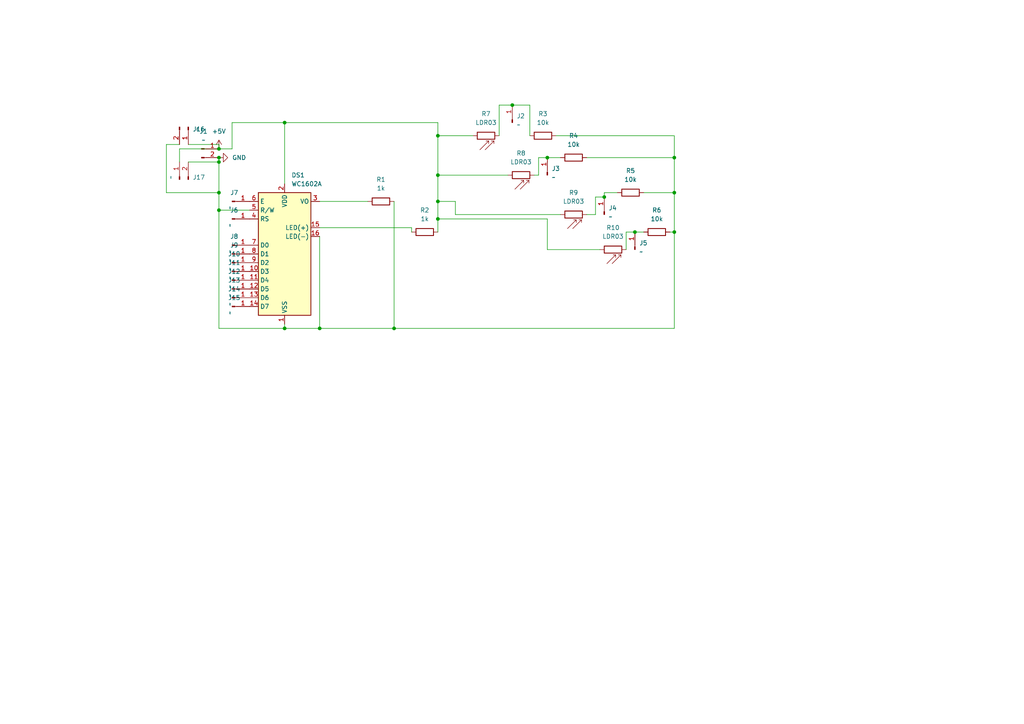
<source format=kicad_sch>
(kicad_sch (version 20230121) (generator eeschema)

  (uuid 4b18e48e-c33e-41e2-8de2-c76cbeedfef5)

  (paper "A4")

  (lib_symbols
    (symbol "Connector:Conn_01x01_Pin" (pin_names (offset 1.016) hide) (in_bom yes) (on_board yes)
      (property "Reference" "J" (at 0 2.54 0)
        (effects (font (size 1.27 1.27)))
      )
      (property "Value" "Conn_01x01_Pin" (at 0 -2.54 0)
        (effects (font (size 1.27 1.27)))
      )
      (property "Footprint" "" (at 0 0 0)
        (effects (font (size 1.27 1.27)) hide)
      )
      (property "Datasheet" "~" (at 0 0 0)
        (effects (font (size 1.27 1.27)) hide)
      )
      (property "ki_locked" "" (at 0 0 0)
        (effects (font (size 1.27 1.27)))
      )
      (property "ki_keywords" "connector" (at 0 0 0)
        (effects (font (size 1.27 1.27)) hide)
      )
      (property "ki_description" "Generic connector, single row, 01x01, script generated" (at 0 0 0)
        (effects (font (size 1.27 1.27)) hide)
      )
      (property "ki_fp_filters" "Connector*:*_1x??_*" (at 0 0 0)
        (effects (font (size 1.27 1.27)) hide)
      )
      (symbol "Conn_01x01_Pin_1_1"
        (polyline
          (pts
            (xy 1.27 0)
            (xy 0.8636 0)
          )
          (stroke (width 0.1524) (type default))
          (fill (type none))
        )
        (rectangle (start 0.8636 0.127) (end 0 -0.127)
          (stroke (width 0.1524) (type default))
          (fill (type outline))
        )
        (pin passive line (at 5.08 0 180) (length 3.81)
          (name "Pin_1" (effects (font (size 1.27 1.27))))
          (number "1" (effects (font (size 1.27 1.27))))
        )
      )
    )
    (symbol "Connector:Conn_01x02_Pin" (pin_names (offset 1.016) hide) (in_bom yes) (on_board yes)
      (property "Reference" "J" (at 0 2.54 0)
        (effects (font (size 1.27 1.27)))
      )
      (property "Value" "Conn_01x02_Pin" (at 0 -5.08 0)
        (effects (font (size 1.27 1.27)))
      )
      (property "Footprint" "" (at 0 0 0)
        (effects (font (size 1.27 1.27)) hide)
      )
      (property "Datasheet" "~" (at 0 0 0)
        (effects (font (size 1.27 1.27)) hide)
      )
      (property "ki_locked" "" (at 0 0 0)
        (effects (font (size 1.27 1.27)))
      )
      (property "ki_keywords" "connector" (at 0 0 0)
        (effects (font (size 1.27 1.27)) hide)
      )
      (property "ki_description" "Generic connector, single row, 01x02, script generated" (at 0 0 0)
        (effects (font (size 1.27 1.27)) hide)
      )
      (property "ki_fp_filters" "Connector*:*_1x??_*" (at 0 0 0)
        (effects (font (size 1.27 1.27)) hide)
      )
      (symbol "Conn_01x02_Pin_1_1"
        (polyline
          (pts
            (xy 1.27 -2.54)
            (xy 0.8636 -2.54)
          )
          (stroke (width 0.1524) (type default))
          (fill (type none))
        )
        (polyline
          (pts
            (xy 1.27 0)
            (xy 0.8636 0)
          )
          (stroke (width 0.1524) (type default))
          (fill (type none))
        )
        (rectangle (start 0.8636 -2.413) (end 0 -2.667)
          (stroke (width 0.1524) (type default))
          (fill (type outline))
        )
        (rectangle (start 0.8636 0.127) (end 0 -0.127)
          (stroke (width 0.1524) (type default))
          (fill (type outline))
        )
        (pin passive line (at 5.08 0 180) (length 3.81)
          (name "Pin_1" (effects (font (size 1.27 1.27))))
          (number "1" (effects (font (size 1.27 1.27))))
        )
        (pin passive line (at 5.08 -2.54 180) (length 3.81)
          (name "Pin_2" (effects (font (size 1.27 1.27))))
          (number "2" (effects (font (size 1.27 1.27))))
        )
      )
    )
    (symbol "Device:R" (pin_numbers hide) (pin_names (offset 0)) (in_bom yes) (on_board yes)
      (property "Reference" "R" (at 2.032 0 90)
        (effects (font (size 1.27 1.27)))
      )
      (property "Value" "R" (at 0 0 90)
        (effects (font (size 1.27 1.27)))
      )
      (property "Footprint" "" (at -1.778 0 90)
        (effects (font (size 1.27 1.27)) hide)
      )
      (property "Datasheet" "~" (at 0 0 0)
        (effects (font (size 1.27 1.27)) hide)
      )
      (property "ki_keywords" "R res resistor" (at 0 0 0)
        (effects (font (size 1.27 1.27)) hide)
      )
      (property "ki_description" "Resistor" (at 0 0 0)
        (effects (font (size 1.27 1.27)) hide)
      )
      (property "ki_fp_filters" "R_*" (at 0 0 0)
        (effects (font (size 1.27 1.27)) hide)
      )
      (symbol "R_0_1"
        (rectangle (start -1.016 -2.54) (end 1.016 2.54)
          (stroke (width 0.254) (type default))
          (fill (type none))
        )
      )
      (symbol "R_1_1"
        (pin passive line (at 0 3.81 270) (length 1.27)
          (name "~" (effects (font (size 1.27 1.27))))
          (number "1" (effects (font (size 1.27 1.27))))
        )
        (pin passive line (at 0 -3.81 90) (length 1.27)
          (name "~" (effects (font (size 1.27 1.27))))
          (number "2" (effects (font (size 1.27 1.27))))
        )
      )
    )
    (symbol "Display_Character:WC1602A" (in_bom yes) (on_board yes)
      (property "Reference" "DS" (at -5.842 19.05 0)
        (effects (font (size 1.27 1.27)))
      )
      (property "Value" "WC1602A" (at 5.334 19.05 0)
        (effects (font (size 1.27 1.27)))
      )
      (property "Footprint" "Display:WC1602A" (at 0 -22.86 0)
        (effects (font (size 1.27 1.27) italic) hide)
      )
      (property "Datasheet" "http://www.wincomlcd.com/pdf/WC1602A-SFYLYHTC06.pdf" (at 17.78 0 0)
        (effects (font (size 1.27 1.27)) hide)
      )
      (property "ki_keywords" "display LCD dot-matrix" (at 0 0 0)
        (effects (font (size 1.27 1.27)) hide)
      )
      (property "ki_description" "LCD 16x2 Alphanumeric , 8 bit parallel bus, 5V VDD" (at 0 0 0)
        (effects (font (size 1.27 1.27)) hide)
      )
      (property "ki_fp_filters" "*WC*1602A*" (at 0 0 0)
        (effects (font (size 1.27 1.27)) hide)
      )
      (symbol "WC1602A_1_1"
        (rectangle (start -7.62 17.78) (end 7.62 -17.78)
          (stroke (width 0.254) (type default))
          (fill (type background))
        )
        (pin power_in line (at 0 -20.32 90) (length 2.54)
          (name "VSS" (effects (font (size 1.27 1.27))))
          (number "1" (effects (font (size 1.27 1.27))))
        )
        (pin input line (at -10.16 -5.08 0) (length 2.54)
          (name "D3" (effects (font (size 1.27 1.27))))
          (number "10" (effects (font (size 1.27 1.27))))
        )
        (pin input line (at -10.16 -7.62 0) (length 2.54)
          (name "D4" (effects (font (size 1.27 1.27))))
          (number "11" (effects (font (size 1.27 1.27))))
        )
        (pin input line (at -10.16 -10.16 0) (length 2.54)
          (name "D5" (effects (font (size 1.27 1.27))))
          (number "12" (effects (font (size 1.27 1.27))))
        )
        (pin input line (at -10.16 -12.7 0) (length 2.54)
          (name "D6" (effects (font (size 1.27 1.27))))
          (number "13" (effects (font (size 1.27 1.27))))
        )
        (pin input line (at -10.16 -15.24 0) (length 2.54)
          (name "D7" (effects (font (size 1.27 1.27))))
          (number "14" (effects (font (size 1.27 1.27))))
        )
        (pin power_in line (at 10.16 7.62 180) (length 2.54)
          (name "LED(+)" (effects (font (size 1.27 1.27))))
          (number "15" (effects (font (size 1.27 1.27))))
        )
        (pin power_in line (at 10.16 5.08 180) (length 2.54)
          (name "LED(-)" (effects (font (size 1.27 1.27))))
          (number "16" (effects (font (size 1.27 1.27))))
        )
        (pin power_in line (at 0 20.32 270) (length 2.54)
          (name "VDD" (effects (font (size 1.27 1.27))))
          (number "2" (effects (font (size 1.27 1.27))))
        )
        (pin input line (at 10.16 15.24 180) (length 2.54)
          (name "VO" (effects (font (size 1.27 1.27))))
          (number "3" (effects (font (size 1.27 1.27))))
        )
        (pin input line (at -10.16 10.16 0) (length 2.54)
          (name "RS" (effects (font (size 1.27 1.27))))
          (number "4" (effects (font (size 1.27 1.27))))
        )
        (pin input line (at -10.16 12.7 0) (length 2.54)
          (name "R/W" (effects (font (size 1.27 1.27))))
          (number "5" (effects (font (size 1.27 1.27))))
        )
        (pin input line (at -10.16 15.24 0) (length 2.54)
          (name "E" (effects (font (size 1.27 1.27))))
          (number "6" (effects (font (size 1.27 1.27))))
        )
        (pin input line (at -10.16 2.54 0) (length 2.54)
          (name "D0" (effects (font (size 1.27 1.27))))
          (number "7" (effects (font (size 1.27 1.27))))
        )
        (pin input line (at -10.16 0 0) (length 2.54)
          (name "D1" (effects (font (size 1.27 1.27))))
          (number "8" (effects (font (size 1.27 1.27))))
        )
        (pin input line (at -10.16 -2.54 0) (length 2.54)
          (name "D2" (effects (font (size 1.27 1.27))))
          (number "9" (effects (font (size 1.27 1.27))))
        )
      )
    )
    (symbol "Sensor_Optical:LDR03" (pin_numbers hide) (pin_names (offset 0)) (in_bom yes) (on_board yes)
      (property "Reference" "R" (at -5.08 0 90)
        (effects (font (size 1.27 1.27)))
      )
      (property "Value" "LDR03" (at 1.905 0 90)
        (effects (font (size 1.27 1.27)) (justify top))
      )
      (property "Footprint" "OptoDevice:R_LDR_10x8.5mm_P7.6mm_Vertical" (at 4.445 0 90)
        (effects (font (size 1.27 1.27)) hide)
      )
      (property "Datasheet" "http://www.elektronica-componenten.nl/WebRoot/StoreNL/Shops/61422969/54F1/BA0C/C664/31B9/2173/C0A8/2AB9/2AEF/LDR03IMP.pdf" (at 0 -1.27 0)
        (effects (font (size 1.27 1.27)) hide)
      )
      (property "ki_keywords" "light dependent photo resistor LDR" (at 0 0 0)
        (effects (font (size 1.27 1.27)) hide)
      )
      (property "ki_description" "light dependent resistor" (at 0 0 0)
        (effects (font (size 1.27 1.27)) hide)
      )
      (property "ki_fp_filters" "R*LDR*10x8.5mm*P7.6mm*" (at 0 0 0)
        (effects (font (size 1.27 1.27)) hide)
      )
      (symbol "LDR03_0_1"
        (rectangle (start -1.016 2.54) (end 1.016 -2.54)
          (stroke (width 0.254) (type default))
          (fill (type none))
        )
        (polyline
          (pts
            (xy -1.524 -2.286)
            (xy -4.064 0.254)
          )
          (stroke (width 0) (type default))
          (fill (type none))
        )
        (polyline
          (pts
            (xy -1.524 -2.286)
            (xy -2.286 -2.286)
          )
          (stroke (width 0) (type default))
          (fill (type none))
        )
        (polyline
          (pts
            (xy -1.524 -2.286)
            (xy -1.524 -1.524)
          )
          (stroke (width 0) (type default))
          (fill (type none))
        )
        (polyline
          (pts
            (xy -1.524 -0.762)
            (xy -4.064 1.778)
          )
          (stroke (width 0) (type default))
          (fill (type none))
        )
        (polyline
          (pts
            (xy -1.524 -0.762)
            (xy -2.286 -0.762)
          )
          (stroke (width 0) (type default))
          (fill (type none))
        )
        (polyline
          (pts
            (xy -1.524 -0.762)
            (xy -1.524 0)
          )
          (stroke (width 0) (type default))
          (fill (type none))
        )
      )
      (symbol "LDR03_1_1"
        (pin passive line (at 0 3.81 270) (length 1.27)
          (name "~" (effects (font (size 1.27 1.27))))
          (number "1" (effects (font (size 1.27 1.27))))
        )
        (pin passive line (at 0 -3.81 90) (length 1.27)
          (name "~" (effects (font (size 1.27 1.27))))
          (number "2" (effects (font (size 1.27 1.27))))
        )
      )
    )
    (symbol "power:+5V" (power) (pin_names (offset 0)) (in_bom yes) (on_board yes)
      (property "Reference" "#PWR" (at 0 -3.81 0)
        (effects (font (size 1.27 1.27)) hide)
      )
      (property "Value" "+5V" (at 0 3.556 0)
        (effects (font (size 1.27 1.27)))
      )
      (property "Footprint" "" (at 0 0 0)
        (effects (font (size 1.27 1.27)) hide)
      )
      (property "Datasheet" "" (at 0 0 0)
        (effects (font (size 1.27 1.27)) hide)
      )
      (property "ki_keywords" "global power" (at 0 0 0)
        (effects (font (size 1.27 1.27)) hide)
      )
      (property "ki_description" "Power symbol creates a global label with name \"+5V\"" (at 0 0 0)
        (effects (font (size 1.27 1.27)) hide)
      )
      (symbol "+5V_0_1"
        (polyline
          (pts
            (xy -0.762 1.27)
            (xy 0 2.54)
          )
          (stroke (width 0) (type default))
          (fill (type none))
        )
        (polyline
          (pts
            (xy 0 0)
            (xy 0 2.54)
          )
          (stroke (width 0) (type default))
          (fill (type none))
        )
        (polyline
          (pts
            (xy 0 2.54)
            (xy 0.762 1.27)
          )
          (stroke (width 0) (type default))
          (fill (type none))
        )
      )
      (symbol "+5V_1_1"
        (pin power_in line (at 0 0 90) (length 0) hide
          (name "+5V" (effects (font (size 1.27 1.27))))
          (number "1" (effects (font (size 1.27 1.27))))
        )
      )
    )
    (symbol "power:GND" (power) (pin_names (offset 0)) (in_bom yes) (on_board yes)
      (property "Reference" "#PWR" (at 0 -6.35 0)
        (effects (font (size 1.27 1.27)) hide)
      )
      (property "Value" "GND" (at 0 -3.81 0)
        (effects (font (size 1.27 1.27)))
      )
      (property "Footprint" "" (at 0 0 0)
        (effects (font (size 1.27 1.27)) hide)
      )
      (property "Datasheet" "" (at 0 0 0)
        (effects (font (size 1.27 1.27)) hide)
      )
      (property "ki_keywords" "global power" (at 0 0 0)
        (effects (font (size 1.27 1.27)) hide)
      )
      (property "ki_description" "Power symbol creates a global label with name \"GND\" , ground" (at 0 0 0)
        (effects (font (size 1.27 1.27)) hide)
      )
      (symbol "GND_0_1"
        (polyline
          (pts
            (xy 0 0)
            (xy 0 -1.27)
            (xy 1.27 -1.27)
            (xy 0 -2.54)
            (xy -1.27 -1.27)
            (xy 0 -1.27)
          )
          (stroke (width 0) (type default))
          (fill (type none))
        )
      )
      (symbol "GND_1_1"
        (pin power_in line (at 0 0 270) (length 0) hide
          (name "GND" (effects (font (size 1.27 1.27))))
          (number "1" (effects (font (size 1.27 1.27))))
        )
      )
    )
  )

  (junction (at 127 63.5) (diameter 0) (color 0 0 0 0)
    (uuid 1625b9d4-6983-44b7-a897-3258e989e9ee)
  )
  (junction (at 184.15 67.31) (diameter 0) (color 0 0 0 0)
    (uuid 2b2d205c-2b34-40ad-be6b-be9d8c4e0034)
  )
  (junction (at 63.5 55.88) (diameter 0) (color 0 0 0 0)
    (uuid 41a04f1d-eadd-40a9-ae15-f3d3a27530d3)
  )
  (junction (at 82.55 35.56) (diameter 0) (color 0 0 0 0)
    (uuid 668ea8ee-7ca4-4bf7-8e05-f6628d867168)
  )
  (junction (at 195.58 45.72) (diameter 0) (color 0 0 0 0)
    (uuid 6710d80a-d162-48d3-81dc-a7bc5ba93b90)
  )
  (junction (at 127 50.8) (diameter 0) (color 0 0 0 0)
    (uuid 7eb3b1f2-5f49-4f3b-99d7-9442a269dcaa)
  )
  (junction (at 82.55 95.25) (diameter 0) (color 0 0 0 0)
    (uuid 876d4937-2335-46ce-a363-81e1fa22dbbe)
  )
  (junction (at 63.5 43.18) (diameter 0) (color 0 0 0 0)
    (uuid 886810e4-a97f-4c6e-b973-952a35455cdb)
  )
  (junction (at 148.59 30.48) (diameter 0) (color 0 0 0 0)
    (uuid 9c499d41-b6bb-4836-9f94-6f0f6b3c5621)
  )
  (junction (at 63.5 46.99) (diameter 0) (color 0 0 0 0)
    (uuid a2bf062b-660b-491d-a74c-97a13e3bc88e)
  )
  (junction (at 63.5 60.96) (diameter 0) (color 0 0 0 0)
    (uuid ab9ac918-0c7e-4982-aa65-fb37ac601395)
  )
  (junction (at 195.58 67.31) (diameter 0) (color 0 0 0 0)
    (uuid beb72b7d-c9f4-41db-a354-3e13906baf7a)
  )
  (junction (at 114.3 95.25) (diameter 0) (color 0 0 0 0)
    (uuid c0ba8e4e-dc67-47d5-b7da-edd3686f5661)
  )
  (junction (at 63.5 45.72) (diameter 0) (color 0 0 0 0)
    (uuid c21c3991-28d5-405e-b63c-fe774fc82f09)
  )
  (junction (at 195.58 55.88) (diameter 0) (color 0 0 0 0)
    (uuid ca5bec47-04ee-42e2-81e1-7324e12a689d)
  )
  (junction (at 127 58.42) (diameter 0) (color 0 0 0 0)
    (uuid d23fecba-b0b3-4249-bd64-c5d68618678b)
  )
  (junction (at 92.71 95.25) (diameter 0) (color 0 0 0 0)
    (uuid da205460-8ed0-4724-993f-65bb82c9bfc4)
  )
  (junction (at 127 39.37) (diameter 0) (color 0 0 0 0)
    (uuid eab9a26c-c9dd-4d4c-991e-fe8620f85879)
  )
  (junction (at 158.75 45.72) (diameter 0) (color 0 0 0 0)
    (uuid eb2793f7-79b9-491d-8134-424d87a43b19)
  )
  (junction (at 175.26 57.15) (diameter 0) (color 0 0 0 0)
    (uuid f05a3432-b756-48c0-89f0-58fb1a96684e)
  )

  (wire (pts (xy 92.71 66.04) (xy 119.38 66.04))
    (stroke (width 0) (type default))
    (uuid 00ce7490-9b53-40a5-964f-e8259908d21d)
  )
  (wire (pts (xy 154.94 50.8) (xy 156.21 50.8))
    (stroke (width 0) (type default))
    (uuid 0253f297-3cb2-4276-814c-c44411c4e3f2)
  )
  (wire (pts (xy 161.29 39.37) (xy 195.58 39.37))
    (stroke (width 0) (type default))
    (uuid 043c1a00-4236-47f2-b6eb-ba93b6fa4e9b)
  )
  (wire (pts (xy 127 63.5) (xy 127 58.42))
    (stroke (width 0) (type default))
    (uuid 095ee15d-bf24-421e-9d97-1b732d6dfe85)
  )
  (wire (pts (xy 63.5 60.96) (xy 63.5 95.25))
    (stroke (width 0) (type default))
    (uuid 0f0685cd-2828-460e-ad62-1ae779b0840e)
  )
  (wire (pts (xy 132.08 58.42) (xy 127 58.42))
    (stroke (width 0) (type default))
    (uuid 13764f8b-0b96-44ce-be49-4b9f84389628)
  )
  (wire (pts (xy 179.07 55.88) (xy 175.26 55.88))
    (stroke (width 0) (type default))
    (uuid 155db50c-337b-4460-b1d3-6a14e76f64ab)
  )
  (wire (pts (xy 63.5 41.91) (xy 63.5 43.18))
    (stroke (width 0) (type default))
    (uuid 181fd833-9d21-42b6-85b2-4297ce3b77fc)
  )
  (wire (pts (xy 67.31 35.56) (xy 82.55 35.56))
    (stroke (width 0) (type default))
    (uuid 19ba7c5c-b12e-4ff9-8d4a-ff7e1a45f50e)
  )
  (wire (pts (xy 127 39.37) (xy 127 35.56))
    (stroke (width 0) (type default))
    (uuid 1efb8b03-1304-4ac0-8579-92882a69e6a1)
  )
  (wire (pts (xy 173.99 72.39) (xy 158.75 72.39))
    (stroke (width 0) (type default))
    (uuid 239089af-25d1-4d2a-8fe6-893a981439fc)
  )
  (wire (pts (xy 127 50.8) (xy 127 39.37))
    (stroke (width 0) (type default))
    (uuid 2b5dfe9d-94e7-43e5-944d-d44e690a89d6)
  )
  (wire (pts (xy 153.67 30.48) (xy 148.59 30.48))
    (stroke (width 0) (type default))
    (uuid 324bcd54-6b31-4496-9059-11e7b23e01d5)
  )
  (wire (pts (xy 156.21 45.72) (xy 158.75 45.72))
    (stroke (width 0) (type default))
    (uuid 3260f0ad-a45d-4e49-8fbd-b4bcd85bd6d5)
  )
  (wire (pts (xy 127 35.56) (xy 82.55 35.56))
    (stroke (width 0) (type default))
    (uuid 32cba952-3faf-4f2f-8864-2852bf094ce5)
  )
  (wire (pts (xy 82.55 95.25) (xy 82.55 93.98))
    (stroke (width 0) (type default))
    (uuid 33cf2ada-4347-405a-93e0-0daefbb145cc)
  )
  (wire (pts (xy 63.5 55.88) (xy 63.5 60.96))
    (stroke (width 0) (type default))
    (uuid 34b88271-71f6-40e0-a038-d7bb94735c23)
  )
  (wire (pts (xy 92.71 58.42) (xy 106.68 58.42))
    (stroke (width 0) (type default))
    (uuid 3c57a668-f310-4619-a39a-0f7cfbb8861d)
  )
  (wire (pts (xy 181.61 67.31) (xy 184.15 67.31))
    (stroke (width 0) (type default))
    (uuid 3d14dd0d-38cc-482e-b460-e910a43ac947)
  )
  (wire (pts (xy 158.75 63.5) (xy 127 63.5))
    (stroke (width 0) (type default))
    (uuid 3e24a574-a7d1-4046-a097-cfa49b5012d5)
  )
  (wire (pts (xy 170.18 62.23) (xy 172.72 62.23))
    (stroke (width 0) (type default))
    (uuid 40fafcc1-79ae-48cf-92bd-309afd5d3ed1)
  )
  (wire (pts (xy 127 67.31) (xy 127 63.5))
    (stroke (width 0) (type default))
    (uuid 4445054e-911c-449c-b8a2-55dd1d861677)
  )
  (wire (pts (xy 67.31 35.56) (xy 67.31 43.18))
    (stroke (width 0) (type default))
    (uuid 45f4a44a-1098-4fe4-aed4-b99804c09769)
  )
  (wire (pts (xy 153.67 39.37) (xy 153.67 30.48))
    (stroke (width 0) (type default))
    (uuid 505038c5-6b75-4b21-bad9-0e7ba455f3fe)
  )
  (wire (pts (xy 195.58 67.31) (xy 195.58 95.25))
    (stroke (width 0) (type default))
    (uuid 50a91862-81b0-4c73-9aa0-b3bf9ac3563d)
  )
  (wire (pts (xy 158.75 45.72) (xy 162.56 45.72))
    (stroke (width 0) (type default))
    (uuid 55b5ceda-2386-42be-8fce-3274d2ef4342)
  )
  (wire (pts (xy 82.55 35.56) (xy 82.55 53.34))
    (stroke (width 0) (type default))
    (uuid 5b188587-edf2-4665-bedb-5c8473b25dd5)
  )
  (wire (pts (xy 67.31 43.18) (xy 63.5 43.18))
    (stroke (width 0) (type default))
    (uuid 5d268b70-79f6-4d39-9b84-a10d2c8e82e5)
  )
  (wire (pts (xy 195.58 55.88) (xy 195.58 67.31))
    (stroke (width 0) (type default))
    (uuid 5e346131-6e0f-4c8f-81b6-78ffce41098d)
  )
  (wire (pts (xy 175.26 55.88) (xy 175.26 57.15))
    (stroke (width 0) (type default))
    (uuid 5f4c2738-e6fd-44a7-9e9e-6994e5d26827)
  )
  (wire (pts (xy 54.61 41.91) (xy 63.5 41.91))
    (stroke (width 0) (type default))
    (uuid 603e967a-93b2-48f5-8a7a-b739f8d273c1)
  )
  (wire (pts (xy 162.56 62.23) (xy 132.08 62.23))
    (stroke (width 0) (type default))
    (uuid 64e3cf3a-b667-4f01-b973-eff68d8c5cf6)
  )
  (wire (pts (xy 52.07 41.91) (xy 48.26 41.91))
    (stroke (width 0) (type default))
    (uuid 654f03f6-13ce-460e-a033-0c45b23681b7)
  )
  (wire (pts (xy 194.31 67.31) (xy 195.58 67.31))
    (stroke (width 0) (type default))
    (uuid 70d71222-5535-4bfc-9b83-8e4938458758)
  )
  (wire (pts (xy 114.3 58.42) (xy 114.3 95.25))
    (stroke (width 0) (type default))
    (uuid 70dae90f-b5ca-4d86-b485-9b8537cb0b84)
  )
  (wire (pts (xy 195.58 39.37) (xy 195.58 45.72))
    (stroke (width 0) (type default))
    (uuid 722192c0-33db-446a-a0c7-5fab2f5333ec)
  )
  (wire (pts (xy 48.26 41.91) (xy 48.26 55.88))
    (stroke (width 0) (type default))
    (uuid 7267793c-e9cc-4b28-a555-cc4ed9dda70d)
  )
  (wire (pts (xy 195.58 95.25) (xy 114.3 95.25))
    (stroke (width 0) (type default))
    (uuid 72e2ca66-6253-44cc-b06c-17762d8525a1)
  )
  (wire (pts (xy 54.61 46.99) (xy 63.5 46.99))
    (stroke (width 0) (type default))
    (uuid 73f0ede4-aefb-4cec-9deb-b69d7a64d083)
  )
  (wire (pts (xy 114.3 95.25) (xy 92.71 95.25))
    (stroke (width 0) (type default))
    (uuid 7742c3c6-4cb2-4dd4-bcbb-5f975df02df4)
  )
  (wire (pts (xy 172.72 57.15) (xy 175.26 57.15))
    (stroke (width 0) (type default))
    (uuid 7e623a3a-7067-4138-99aa-a4c2339ea7ad)
  )
  (wire (pts (xy 181.61 72.39) (xy 181.61 67.31))
    (stroke (width 0) (type default))
    (uuid 7fc47218-9883-4296-93ff-f3f680a2f8cb)
  )
  (wire (pts (xy 52.07 43.18) (xy 63.5 43.18))
    (stroke (width 0) (type default))
    (uuid 81c9d172-5327-4242-b83f-a4818f0a5897)
  )
  (wire (pts (xy 127 58.42) (xy 127 50.8))
    (stroke (width 0) (type default))
    (uuid 81d4d3c0-6e29-41a8-9596-6c1fef887218)
  )
  (wire (pts (xy 63.5 46.99) (xy 63.5 55.88))
    (stroke (width 0) (type default))
    (uuid 86f9cc83-6e97-417e-b783-0de915f7ba0a)
  )
  (wire (pts (xy 132.08 62.23) (xy 132.08 58.42))
    (stroke (width 0) (type default))
    (uuid 880d1550-0930-4f7d-a63b-b9fc24023149)
  )
  (wire (pts (xy 186.69 55.88) (xy 195.58 55.88))
    (stroke (width 0) (type default))
    (uuid 935a0c5c-daa7-4bda-bcb8-5cc80d67095e)
  )
  (wire (pts (xy 158.75 72.39) (xy 158.75 63.5))
    (stroke (width 0) (type default))
    (uuid 997a38b0-1dec-45e0-a5d4-861089d49eff)
  )
  (wire (pts (xy 144.78 30.48) (xy 148.59 30.48))
    (stroke (width 0) (type default))
    (uuid a18aa58f-cd2f-406b-b5cd-a4beb0e2faa3)
  )
  (wire (pts (xy 172.72 62.23) (xy 172.72 57.15))
    (stroke (width 0) (type default))
    (uuid abeebf09-e22d-4b01-8582-bc8e3d632672)
  )
  (wire (pts (xy 170.18 45.72) (xy 195.58 45.72))
    (stroke (width 0) (type default))
    (uuid b60f2c04-3e05-4d66-a856-164174b242cb)
  )
  (wire (pts (xy 52.07 46.99) (xy 52.07 43.18))
    (stroke (width 0) (type default))
    (uuid b6805f8d-8e26-472c-a8c6-30ab8cadd854)
  )
  (wire (pts (xy 48.26 55.88) (xy 63.5 55.88))
    (stroke (width 0) (type default))
    (uuid b76b96d6-ac44-4f07-9166-113cb1be84c4)
  )
  (wire (pts (xy 63.5 95.25) (xy 82.55 95.25))
    (stroke (width 0) (type default))
    (uuid bc9867f5-f9b4-4829-85f3-ccac1e9ca759)
  )
  (wire (pts (xy 184.15 67.31) (xy 186.69 67.31))
    (stroke (width 0) (type default))
    (uuid c3771599-e917-4319-a8a6-7ca1e1b6549f)
  )
  (wire (pts (xy 195.58 45.72) (xy 195.58 55.88))
    (stroke (width 0) (type default))
    (uuid c4c69ed0-2e53-4e1a-b15e-3ab38dc773f5)
  )
  (wire (pts (xy 144.78 39.37) (xy 144.78 30.48))
    (stroke (width 0) (type default))
    (uuid d14194e0-5a50-4648-bba7-03500ce130ff)
  )
  (wire (pts (xy 119.38 66.04) (xy 119.38 67.31))
    (stroke (width 0) (type default))
    (uuid d6859117-3c0c-4cf9-8d6b-e529b7c77a2b)
  )
  (wire (pts (xy 63.5 60.96) (xy 72.39 60.96))
    (stroke (width 0) (type default))
    (uuid e108d1d4-caff-4f7a-bc5d-a985976daa67)
  )
  (wire (pts (xy 63.5 45.72) (xy 63.5 46.99))
    (stroke (width 0) (type default))
    (uuid e11b52b4-7e5e-43f8-a6a6-82c15adf3e3e)
  )
  (wire (pts (xy 92.71 68.58) (xy 92.71 95.25))
    (stroke (width 0) (type default))
    (uuid e4a85980-aeb2-434c-abd1-42fb43931dd4)
  )
  (wire (pts (xy 156.21 50.8) (xy 156.21 45.72))
    (stroke (width 0) (type default))
    (uuid ead4d88d-0848-4824-8beb-ad7b385df1c8)
  )
  (wire (pts (xy 127 50.8) (xy 147.32 50.8))
    (stroke (width 0) (type default))
    (uuid f3215c96-de71-42d0-98e8-25dd6580dfca)
  )
  (wire (pts (xy 127 39.37) (xy 137.16 39.37))
    (stroke (width 0) (type default))
    (uuid fbadd9f4-ca81-4d01-983d-a628e19b4979)
  )
  (wire (pts (xy 92.71 95.25) (xy 82.55 95.25))
    (stroke (width 0) (type default))
    (uuid fc6fa971-c038-4239-a819-cdeaa786d086)
  )

  (symbol (lib_id "Connector:Conn_01x01_Pin") (at 67.31 73.66 0) (unit 1)
    (in_bom yes) (on_board yes) (dnp no) (fields_autoplaced)
    (uuid 0f853411-6cc4-43a4-8553-b1f75396c114)
    (property "Reference" "J9" (at 67.945 71.12 0)
      (effects (font (size 1.27 1.27)))
    )
    (property "Value" "~" (at 66.675 74.93 90)
      (effects (font (size 1.27 1.27)) (justify right))
    )
    (property "Footprint" "TestPoint:TestPoint_Loop_D1.80mm_Drill1.0mm_Beaded" (at 67.31 73.66 0)
      (effects (font (size 1.27 1.27)) hide)
    )
    (property "Datasheet" "~" (at 67.31 73.66 0)
      (effects (font (size 1.27 1.27)) hide)
    )
    (pin "1" (uuid 7fd4825b-9b31-43ea-8ab4-23b983b00222))
    (instances
      (project "OPEN ;AB"
        (path "/4b18e48e-c33e-41e2-8de2-c76cbeedfef5"
          (reference "J9") (unit 1)
        )
      )
    )
  )

  (symbol (lib_id "Connector:Conn_01x01_Pin") (at 67.31 83.82 0) (unit 1)
    (in_bom yes) (on_board yes) (dnp no) (fields_autoplaced)
    (uuid 15f00af5-ab7d-432d-9d8d-0485795b4cf5)
    (property "Reference" "J13" (at 67.945 81.28 0)
      (effects (font (size 1.27 1.27)))
    )
    (property "Value" "~" (at 66.675 85.09 90)
      (effects (font (size 1.27 1.27)) (justify right))
    )
    (property "Footprint" "TestPoint:TestPoint_Loop_D1.80mm_Drill1.0mm_Beaded" (at 67.31 83.82 0)
      (effects (font (size 1.27 1.27)) hide)
    )
    (property "Datasheet" "~" (at 67.31 83.82 0)
      (effects (font (size 1.27 1.27)) hide)
    )
    (pin "1" (uuid aa2b9dee-1ed7-46e9-b3c8-fe55102b6f75))
    (instances
      (project "OPEN ;AB"
        (path "/4b18e48e-c33e-41e2-8de2-c76cbeedfef5"
          (reference "J13") (unit 1)
        )
      )
    )
  )

  (symbol (lib_id "Connector:Conn_01x01_Pin") (at 67.31 71.12 0) (unit 1)
    (in_bom yes) (on_board yes) (dnp no) (fields_autoplaced)
    (uuid 1a8dc917-a27f-4290-ae92-4a046f9bca93)
    (property "Reference" "J8" (at 67.945 68.58 0)
      (effects (font (size 1.27 1.27)))
    )
    (property "Value" "~" (at 66.675 72.39 90)
      (effects (font (size 1.27 1.27)) (justify right))
    )
    (property "Footprint" "TestPoint:TestPoint_Loop_D1.80mm_Drill1.0mm_Beaded" (at 67.31 71.12 0)
      (effects (font (size 1.27 1.27)) hide)
    )
    (property "Datasheet" "~" (at 67.31 71.12 0)
      (effects (font (size 1.27 1.27)) hide)
    )
    (pin "1" (uuid d6234fb7-aae2-4f99-b2ce-df8335187d21))
    (instances
      (project "OPEN ;AB"
        (path "/4b18e48e-c33e-41e2-8de2-c76cbeedfef5"
          (reference "J8") (unit 1)
        )
      )
    )
  )

  (symbol (lib_id "Display_Character:WC1602A") (at 82.55 73.66 0) (unit 1)
    (in_bom yes) (on_board yes) (dnp no) (fields_autoplaced)
    (uuid 1b913c8e-5319-42e9-ad76-5ac337d6c50e)
    (property "Reference" "DS1" (at 84.5059 50.8 0)
      (effects (font (size 1.27 1.27)) (justify left))
    )
    (property "Value" "WC1602A" (at 84.5059 53.34 0)
      (effects (font (size 1.27 1.27)) (justify left))
    )
    (property "Footprint" "Display:WC1602A" (at 82.55 96.52 0)
      (effects (font (size 1.27 1.27) italic) hide)
    )
    (property "Datasheet" "http://www.wincomlcd.com/pdf/WC1602A-SFYLYHTC06.pdf" (at 100.33 73.66 0)
      (effects (font (size 1.27 1.27)) hide)
    )
    (pin "1" (uuid 72cbd8d8-ba81-47b3-bd16-959a7305fd46))
    (pin "10" (uuid 3d98d61b-6b9d-43e5-99ab-6c7c4c102ba0))
    (pin "11" (uuid 138940dc-e5e0-4329-8f2d-80daef537d33))
    (pin "12" (uuid 71a8be83-3155-4306-8a04-ed485513984a))
    (pin "13" (uuid 6536e858-94d1-4af7-af8c-bfecbc949e60))
    (pin "14" (uuid 29c62fd9-4384-4f7d-9194-7c864050f9d2))
    (pin "15" (uuid 2850db55-860d-47ad-82b3-4c5573b782a2))
    (pin "16" (uuid 0511c038-6ec4-4eac-a260-6badbc6861ce))
    (pin "2" (uuid 737cf509-85ff-4112-8c1b-7da43ef08200))
    (pin "3" (uuid 804019eb-d38a-4b50-94ad-ede60f04a6df))
    (pin "4" (uuid 770ce9ef-cacc-4bba-982e-3973a4a971d5))
    (pin "5" (uuid e601f742-abf9-4413-92cb-3bd9dc48333d))
    (pin "6" (uuid 4b5f83af-713b-4bb7-ae77-ffb32c6fae4d))
    (pin "7" (uuid 14746f12-36ae-417e-995f-bb77cee4651f))
    (pin "8" (uuid 38d9032d-bfcc-4231-ad85-8c15fd23649b))
    (pin "9" (uuid a9803fa7-a3d3-40bb-834a-d9bb8f4d91d9))
    (instances
      (project "OPEN ;AB"
        (path "/4b18e48e-c33e-41e2-8de2-c76cbeedfef5"
          (reference "DS1") (unit 1)
        )
      )
    )
  )

  (symbol (lib_id "Connector:Conn_01x01_Pin") (at 67.31 58.42 0) (unit 1)
    (in_bom yes) (on_board yes) (dnp no) (fields_autoplaced)
    (uuid 1da1f13a-389b-4f33-9fdc-84000b6a8a9f)
    (property "Reference" "J7" (at 67.945 55.88 0)
      (effects (font (size 1.27 1.27)))
    )
    (property "Value" "~" (at 66.675 59.69 90)
      (effects (font (size 1.27 1.27)) (justify right))
    )
    (property "Footprint" "TestPoint:TestPoint_Loop_D1.80mm_Drill1.0mm_Beaded" (at 67.31 58.42 0)
      (effects (font (size 1.27 1.27)) hide)
    )
    (property "Datasheet" "~" (at 67.31 58.42 0)
      (effects (font (size 1.27 1.27)) hide)
    )
    (pin "1" (uuid fb28f990-7456-43ba-9663-1ea0834c7bb5))
    (instances
      (project "OPEN ;AB"
        (path "/4b18e48e-c33e-41e2-8de2-c76cbeedfef5"
          (reference "J7") (unit 1)
        )
      )
    )
  )

  (symbol (lib_id "Device:R") (at 157.48 39.37 90) (unit 1)
    (in_bom yes) (on_board yes) (dnp no) (fields_autoplaced)
    (uuid 214eb7a4-82d9-403d-8046-48aa1285a348)
    (property "Reference" "R3" (at 157.48 33.02 90)
      (effects (font (size 1.27 1.27)))
    )
    (property "Value" "10k" (at 157.48 35.56 90)
      (effects (font (size 1.27 1.27)))
    )
    (property "Footprint" "Resistor_THT:R_Axial_DIN0204_L3.6mm_D1.6mm_P5.08mm_Horizontal" (at 157.48 41.148 90)
      (effects (font (size 1.27 1.27)) hide)
    )
    (property "Datasheet" "~" (at 157.48 39.37 0)
      (effects (font (size 1.27 1.27)) hide)
    )
    (pin "1" (uuid 57664c4a-a59f-4071-981c-c866b3013299))
    (pin "2" (uuid 4217e566-a6f5-425b-9a7c-01684debef3e))
    (instances
      (project "OPEN ;AB"
        (path "/4b18e48e-c33e-41e2-8de2-c76cbeedfef5"
          (reference "R3") (unit 1)
        )
      )
    )
  )

  (symbol (lib_id "Connector:Conn_01x01_Pin") (at 67.31 63.5 0) (unit 1)
    (in_bom yes) (on_board yes) (dnp no) (fields_autoplaced)
    (uuid 26443952-86f9-4009-ac5f-a6f159571463)
    (property "Reference" "J6" (at 67.945 60.96 0)
      (effects (font (size 1.27 1.27)))
    )
    (property "Value" "~" (at 66.675 64.77 90)
      (effects (font (size 1.27 1.27)) (justify right))
    )
    (property "Footprint" "TestPoint:TestPoint_Loop_D1.80mm_Drill1.0mm_Beaded" (at 67.31 63.5 0)
      (effects (font (size 1.27 1.27)) hide)
    )
    (property "Datasheet" "~" (at 67.31 63.5 0)
      (effects (font (size 1.27 1.27)) hide)
    )
    (pin "1" (uuid 2a894fa8-483b-43eb-b5d4-89192d3b95da))
    (instances
      (project "OPEN ;AB"
        (path "/4b18e48e-c33e-41e2-8de2-c76cbeedfef5"
          (reference "J6") (unit 1)
        )
      )
    )
  )

  (symbol (lib_id "Connector:Conn_01x02_Pin") (at 54.61 36.83 270) (unit 1)
    (in_bom yes) (on_board yes) (dnp no) (fields_autoplaced)
    (uuid 347514ef-01f6-426b-8a45-8c38a16fbfbc)
    (property "Reference" "J16" (at 55.88 37.465 90)
      (effects (font (size 1.27 1.27)) (justify left))
    )
    (property "Value" "~" (at 57.15 37.465 0)
      (effects (font (size 1.27 1.27)))
    )
    (property "Footprint" "TestPoint:TestPoint_2Pads_Pitch2.54mm_Drill0.8mm" (at 54.61 36.83 0)
      (effects (font (size 1.27 1.27)) hide)
    )
    (property "Datasheet" "~" (at 54.61 36.83 0)
      (effects (font (size 1.27 1.27)) hide)
    )
    (pin "1" (uuid d8ffa45e-d31a-4af9-8497-30f76eb2d82b))
    (pin "2" (uuid 9b5ca286-f8d5-48d5-9c8a-51a4aafb29d3))
    (instances
      (project "OPEN ;AB"
        (path "/4b18e48e-c33e-41e2-8de2-c76cbeedfef5"
          (reference "J16") (unit 1)
        )
      )
    )
  )

  (symbol (lib_id "Connector:Conn_01x01_Pin") (at 148.59 35.56 90) (unit 1)
    (in_bom yes) (on_board yes) (dnp no) (fields_autoplaced)
    (uuid 43c30200-4de8-430e-ae31-0b914812a030)
    (property "Reference" "J2" (at 149.86 33.655 90)
      (effects (font (size 1.27 1.27)) (justify right))
    )
    (property "Value" "~" (at 149.86 36.195 90)
      (effects (font (size 1.27 1.27)) (justify right))
    )
    (property "Footprint" "TestPoint:TestPoint_Loop_D1.80mm_Drill1.0mm_Beaded" (at 148.59 35.56 0)
      (effects (font (size 1.27 1.27)) hide)
    )
    (property "Datasheet" "~" (at 148.59 35.56 0)
      (effects (font (size 1.27 1.27)) hide)
    )
    (pin "1" (uuid 4372a552-76d3-43fd-b63a-00ce819401dc))
    (instances
      (project "OPEN ;AB"
        (path "/4b18e48e-c33e-41e2-8de2-c76cbeedfef5"
          (reference "J2") (unit 1)
        )
      )
    )
  )

  (symbol (lib_id "Sensor_Optical:LDR03") (at 177.8 72.39 90) (unit 1)
    (in_bom yes) (on_board yes) (dnp no) (fields_autoplaced)
    (uuid 4baf3ed7-b7d3-464b-84e9-36fa79910312)
    (property "Reference" "R10" (at 177.8 66.04 90)
      (effects (font (size 1.27 1.27)))
    )
    (property "Value" "LDR03" (at 177.8 68.58 90)
      (effects (font (size 1.27 1.27)))
    )
    (property "Footprint" "OptoDevice:R_LDR_10x8.5mm_P7.6mm_Vertical" (at 177.8 67.945 90)
      (effects (font (size 1.27 1.27)) hide)
    )
    (property "Datasheet" "http://www.elektronica-componenten.nl/WebRoot/StoreNL/Shops/61422969/54F1/BA0C/C664/31B9/2173/C0A8/2AB9/2AEF/LDR03IMP.pdf" (at 179.07 72.39 0)
      (effects (font (size 1.27 1.27)) hide)
    )
    (pin "1" (uuid 68f456ec-88bb-4345-8773-72a53033b407))
    (pin "2" (uuid ab0f33db-8c58-4bd8-88d0-edb7a003c864))
    (instances
      (project "OPEN ;AB"
        (path "/4b18e48e-c33e-41e2-8de2-c76cbeedfef5"
          (reference "R10") (unit 1)
        )
      )
    )
  )

  (symbol (lib_id "Connector:Conn_01x01_Pin") (at 67.31 81.28 0) (unit 1)
    (in_bom yes) (on_board yes) (dnp no) (fields_autoplaced)
    (uuid 4e8fb0b1-b637-41bb-884e-99663721620e)
    (property "Reference" "J12" (at 67.945 78.74 0)
      (effects (font (size 1.27 1.27)))
    )
    (property "Value" "~" (at 66.675 82.55 90)
      (effects (font (size 1.27 1.27)) (justify right))
    )
    (property "Footprint" "TestPoint:TestPoint_Loop_D1.80mm_Drill1.0mm_Beaded" (at 67.31 81.28 0)
      (effects (font (size 1.27 1.27)) hide)
    )
    (property "Datasheet" "~" (at 67.31 81.28 0)
      (effects (font (size 1.27 1.27)) hide)
    )
    (pin "1" (uuid ca396bee-3a27-41ce-86f5-cc000c9e2b04))
    (instances
      (project "OPEN ;AB"
        (path "/4b18e48e-c33e-41e2-8de2-c76cbeedfef5"
          (reference "J12") (unit 1)
        )
      )
    )
  )

  (symbol (lib_id "Connector:Conn_01x01_Pin") (at 67.31 88.9 0) (unit 1)
    (in_bom yes) (on_board yes) (dnp no) (fields_autoplaced)
    (uuid 58ac604f-bdbf-48fa-8d90-4013c10b50c7)
    (property "Reference" "J15" (at 67.945 86.36 0)
      (effects (font (size 1.27 1.27)))
    )
    (property "Value" "~" (at 66.675 90.17 90)
      (effects (font (size 1.27 1.27)) (justify right))
    )
    (property "Footprint" "TestPoint:TestPoint_Loop_D1.80mm_Drill1.0mm_Beaded" (at 67.31 88.9 0)
      (effects (font (size 1.27 1.27)) hide)
    )
    (property "Datasheet" "~" (at 67.31 88.9 0)
      (effects (font (size 1.27 1.27)) hide)
    )
    (pin "1" (uuid b5cb571d-b459-46e4-9faa-2ff791d1e1e5))
    (instances
      (project "OPEN ;AB"
        (path "/4b18e48e-c33e-41e2-8de2-c76cbeedfef5"
          (reference "J15") (unit 1)
        )
      )
    )
  )

  (symbol (lib_id "Device:R") (at 123.19 67.31 90) (unit 1)
    (in_bom yes) (on_board yes) (dnp no) (fields_autoplaced)
    (uuid 58e762c6-ffe8-45ce-a0f4-af02706f4ccf)
    (property "Reference" "R2" (at 123.19 60.96 90)
      (effects (font (size 1.27 1.27)))
    )
    (property "Value" "1k" (at 123.19 63.5 90)
      (effects (font (size 1.27 1.27)))
    )
    (property "Footprint" "Resistor_THT:R_Axial_DIN0204_L3.6mm_D1.6mm_P5.08mm_Horizontal" (at 123.19 69.088 90)
      (effects (font (size 1.27 1.27)) hide)
    )
    (property "Datasheet" "~" (at 123.19 67.31 0)
      (effects (font (size 1.27 1.27)) hide)
    )
    (pin "1" (uuid 7ace0393-1c27-410e-aba8-0c53859a65be))
    (pin "2" (uuid 0ef16582-70b8-4a76-960b-55c08075de90))
    (instances
      (project "OPEN ;AB"
        (path "/4b18e48e-c33e-41e2-8de2-c76cbeedfef5"
          (reference "R2") (unit 1)
        )
      )
    )
  )

  (symbol (lib_id "Device:R") (at 110.49 58.42 90) (unit 1)
    (in_bom yes) (on_board yes) (dnp no) (fields_autoplaced)
    (uuid 5f37ebff-a507-4f85-8028-cb72f169c249)
    (property "Reference" "R1" (at 110.49 52.07 90)
      (effects (font (size 1.27 1.27)))
    )
    (property "Value" "1k" (at 110.49 54.61 90)
      (effects (font (size 1.27 1.27)))
    )
    (property "Footprint" "Resistor_THT:R_Axial_DIN0204_L3.6mm_D1.6mm_P5.08mm_Horizontal" (at 110.49 60.198 90)
      (effects (font (size 1.27 1.27)) hide)
    )
    (property "Datasheet" "~" (at 110.49 58.42 0)
      (effects (font (size 1.27 1.27)) hide)
    )
    (pin "1" (uuid 4cbec6a8-6cdd-42db-a9be-5bc89cc47e61))
    (pin "2" (uuid 7799bea6-2515-4d0d-a0b0-f9e88ea126bc))
    (instances
      (project "OPEN ;AB"
        (path "/4b18e48e-c33e-41e2-8de2-c76cbeedfef5"
          (reference "R1") (unit 1)
        )
      )
    )
  )

  (symbol (lib_id "power:+5V") (at 63.5 43.18 0) (unit 1)
    (in_bom yes) (on_board yes) (dnp no) (fields_autoplaced)
    (uuid 6c0ba503-99d8-43c5-88e3-bfa1efb3cef6)
    (property "Reference" "#PWR02" (at 63.5 46.99 0)
      (effects (font (size 1.27 1.27)) hide)
    )
    (property "Value" "+5V" (at 63.5 38.1 0)
      (effects (font (size 1.27 1.27)))
    )
    (property "Footprint" "" (at 63.5 43.18 0)
      (effects (font (size 1.27 1.27)) hide)
    )
    (property "Datasheet" "" (at 63.5 43.18 0)
      (effects (font (size 1.27 1.27)) hide)
    )
    (pin "1" (uuid 8e22297f-3da7-4981-858a-51b7c73dc87b))
    (instances
      (project "OPEN ;AB"
        (path "/4b18e48e-c33e-41e2-8de2-c76cbeedfef5"
          (reference "#PWR02") (unit 1)
        )
      )
    )
  )

  (symbol (lib_id "Connector:Conn_01x01_Pin") (at 67.31 86.36 0) (unit 1)
    (in_bom yes) (on_board yes) (dnp no) (fields_autoplaced)
    (uuid 87544869-9b9c-40ac-ad62-07cd8aed49bc)
    (property "Reference" "J14" (at 67.945 83.82 0)
      (effects (font (size 1.27 1.27)))
    )
    (property "Value" "~" (at 66.675 87.63 90)
      (effects (font (size 1.27 1.27)) (justify right))
    )
    (property "Footprint" "TestPoint:TestPoint_Loop_D1.80mm_Drill1.0mm_Beaded" (at 67.31 86.36 0)
      (effects (font (size 1.27 1.27)) hide)
    )
    (property "Datasheet" "~" (at 67.31 86.36 0)
      (effects (font (size 1.27 1.27)) hide)
    )
    (pin "1" (uuid 06a4c56c-1357-469b-bb54-dac73c2917ee))
    (instances
      (project "OPEN ;AB"
        (path "/4b18e48e-c33e-41e2-8de2-c76cbeedfef5"
          (reference "J14") (unit 1)
        )
      )
    )
  )

  (symbol (lib_id "Sensor_Optical:LDR03") (at 151.13 50.8 90) (unit 1)
    (in_bom yes) (on_board yes) (dnp no) (fields_autoplaced)
    (uuid 9e062e4c-ae4a-4814-bdf3-3f6d653895a9)
    (property "Reference" "R8" (at 151.13 44.45 90)
      (effects (font (size 1.27 1.27)))
    )
    (property "Value" "LDR03" (at 151.13 46.99 90)
      (effects (font (size 1.27 1.27)))
    )
    (property "Footprint" "OptoDevice:R_LDR_10x8.5mm_P7.6mm_Vertical" (at 151.13 46.355 90)
      (effects (font (size 1.27 1.27)) hide)
    )
    (property "Datasheet" "http://www.elektronica-componenten.nl/WebRoot/StoreNL/Shops/61422969/54F1/BA0C/C664/31B9/2173/C0A8/2AB9/2AEF/LDR03IMP.pdf" (at 152.4 50.8 0)
      (effects (font (size 1.27 1.27)) hide)
    )
    (pin "1" (uuid fd73d73d-d41b-4967-a4a7-c5d9c90dbbc6))
    (pin "2" (uuid ee36b1c5-b70e-4cf3-9e6f-f49ed336b10c))
    (instances
      (project "OPEN ;AB"
        (path "/4b18e48e-c33e-41e2-8de2-c76cbeedfef5"
          (reference "R8") (unit 1)
        )
      )
    )
  )

  (symbol (lib_id "power:GND") (at 63.5 45.72 90) (unit 1)
    (in_bom yes) (on_board yes) (dnp no) (fields_autoplaced)
    (uuid a5c3de33-aac3-4e65-9b3d-438c39d019ec)
    (property "Reference" "#PWR03" (at 69.85 45.72 0)
      (effects (font (size 1.27 1.27)) hide)
    )
    (property "Value" "GND" (at 67.31 45.72 90)
      (effects (font (size 1.27 1.27)) (justify right))
    )
    (property "Footprint" "" (at 63.5 45.72 0)
      (effects (font (size 1.27 1.27)) hide)
    )
    (property "Datasheet" "" (at 63.5 45.72 0)
      (effects (font (size 1.27 1.27)) hide)
    )
    (pin "1" (uuid 97a6fc75-769d-4548-8783-437d9f0e5c3a))
    (instances
      (project "OPEN ;AB"
        (path "/4b18e48e-c33e-41e2-8de2-c76cbeedfef5"
          (reference "#PWR03") (unit 1)
        )
      )
    )
  )

  (symbol (lib_id "Connector:Conn_01x01_Pin") (at 67.31 78.74 0) (unit 1)
    (in_bom yes) (on_board yes) (dnp no) (fields_autoplaced)
    (uuid aec4859d-3082-4af5-8149-6a0e45ba5800)
    (property "Reference" "J11" (at 67.945 76.2 0)
      (effects (font (size 1.27 1.27)))
    )
    (property "Value" "~" (at 66.675 80.01 90)
      (effects (font (size 1.27 1.27)) (justify right))
    )
    (property "Footprint" "TestPoint:TestPoint_Loop_D1.80mm_Drill1.0mm_Beaded" (at 67.31 78.74 0)
      (effects (font (size 1.27 1.27)) hide)
    )
    (property "Datasheet" "~" (at 67.31 78.74 0)
      (effects (font (size 1.27 1.27)) hide)
    )
    (pin "1" (uuid 64939bbc-3904-445b-a4f3-dac30e352576))
    (instances
      (project "OPEN ;AB"
        (path "/4b18e48e-c33e-41e2-8de2-c76cbeedfef5"
          (reference "J11") (unit 1)
        )
      )
    )
  )

  (symbol (lib_id "Connector:Conn_01x02_Pin") (at 52.07 52.07 90) (unit 1)
    (in_bom yes) (on_board yes) (dnp no) (fields_autoplaced)
    (uuid c5ecb8dd-dd6a-4412-a75e-893e59ecf567)
    (property "Reference" "J17" (at 55.88 51.435 90)
      (effects (font (size 1.27 1.27)) (justify right))
    )
    (property "Value" "~" (at 49.53 51.435 0)
      (effects (font (size 1.27 1.27)))
    )
    (property "Footprint" "TestPoint:TestPoint_2Pads_Pitch2.54mm_Drill0.8mm" (at 52.07 52.07 0)
      (effects (font (size 1.27 1.27)) hide)
    )
    (property "Datasheet" "~" (at 52.07 52.07 0)
      (effects (font (size 1.27 1.27)) hide)
    )
    (pin "1" (uuid 8ce5027a-e6e3-491a-a2da-dd3f3238138a))
    (pin "2" (uuid 9202b2c8-ce75-4bca-9765-304039e90e68))
    (instances
      (project "OPEN ;AB"
        (path "/4b18e48e-c33e-41e2-8de2-c76cbeedfef5"
          (reference "J17") (unit 1)
        )
      )
    )
  )

  (symbol (lib_id "Sensor_Optical:LDR03") (at 140.97 39.37 90) (unit 1)
    (in_bom yes) (on_board yes) (dnp no) (fields_autoplaced)
    (uuid c7577cfe-2f6c-4eda-a9dd-2f7d78d4d49b)
    (property "Reference" "R7" (at 140.97 33.02 90)
      (effects (font (size 1.27 1.27)))
    )
    (property "Value" "LDR03" (at 140.97 35.56 90)
      (effects (font (size 1.27 1.27)))
    )
    (property "Footprint" "OptoDevice:R_LDR_10x8.5mm_P7.6mm_Vertical" (at 140.97 34.925 90)
      (effects (font (size 1.27 1.27)) hide)
    )
    (property "Datasheet" "http://www.elektronica-componenten.nl/WebRoot/StoreNL/Shops/61422969/54F1/BA0C/C664/31B9/2173/C0A8/2AB9/2AEF/LDR03IMP.pdf" (at 142.24 39.37 0)
      (effects (font (size 1.27 1.27)) hide)
    )
    (pin "1" (uuid cf2ebe68-186e-4613-a9ce-e548d224ee9f))
    (pin "2" (uuid bde8083f-e92c-47ab-9762-e126be74f203))
    (instances
      (project "OPEN ;AB"
        (path "/4b18e48e-c33e-41e2-8de2-c76cbeedfef5"
          (reference "R7") (unit 1)
        )
      )
    )
  )

  (symbol (lib_id "Connector:Conn_01x01_Pin") (at 67.31 76.2 0) (unit 1)
    (in_bom yes) (on_board yes) (dnp no) (fields_autoplaced)
    (uuid d8631ded-723f-4494-b4a7-7bb5ff8c96fd)
    (property "Reference" "J10" (at 67.945 73.66 0)
      (effects (font (size 1.27 1.27)))
    )
    (property "Value" "~" (at 66.675 77.47 90)
      (effects (font (size 1.27 1.27)) (justify right))
    )
    (property "Footprint" "TestPoint:TestPoint_Loop_D1.80mm_Drill1.0mm_Beaded" (at 67.31 76.2 0)
      (effects (font (size 1.27 1.27)) hide)
    )
    (property "Datasheet" "~" (at 67.31 76.2 0)
      (effects (font (size 1.27 1.27)) hide)
    )
    (pin "1" (uuid 06c9e08a-e545-4637-b524-934820f1ec2f))
    (instances
      (project "OPEN ;AB"
        (path "/4b18e48e-c33e-41e2-8de2-c76cbeedfef5"
          (reference "J10") (unit 1)
        )
      )
    )
  )

  (symbol (lib_id "Device:R") (at 182.88 55.88 90) (unit 1)
    (in_bom yes) (on_board yes) (dnp no) (fields_autoplaced)
    (uuid d97fd242-f371-44ed-bb7e-6829222a5b5d)
    (property "Reference" "R5" (at 182.88 49.53 90)
      (effects (font (size 1.27 1.27)))
    )
    (property "Value" "10k" (at 182.88 52.07 90)
      (effects (font (size 1.27 1.27)))
    )
    (property "Footprint" "Resistor_THT:R_Axial_DIN0204_L3.6mm_D1.6mm_P5.08mm_Horizontal" (at 182.88 57.658 90)
      (effects (font (size 1.27 1.27)) hide)
    )
    (property "Datasheet" "~" (at 182.88 55.88 0)
      (effects (font (size 1.27 1.27)) hide)
    )
    (pin "1" (uuid ae164f00-fd77-4add-ac3d-9e6fcd77b425))
    (pin "2" (uuid 79e6ebad-8220-4111-8d87-2529af382f85))
    (instances
      (project "OPEN ;AB"
        (path "/4b18e48e-c33e-41e2-8de2-c76cbeedfef5"
          (reference "R5") (unit 1)
        )
      )
    )
  )

  (symbol (lib_id "Device:R") (at 190.5 67.31 90) (unit 1)
    (in_bom yes) (on_board yes) (dnp no) (fields_autoplaced)
    (uuid e4aefda8-3bac-4f93-90ba-cc314c3b662c)
    (property "Reference" "R6" (at 190.5 60.96 90)
      (effects (font (size 1.27 1.27)))
    )
    (property "Value" "10k" (at 190.5 63.5 90)
      (effects (font (size 1.27 1.27)))
    )
    (property "Footprint" "Resistor_THT:R_Axial_DIN0204_L3.6mm_D1.6mm_P5.08mm_Horizontal" (at 190.5 69.088 90)
      (effects (font (size 1.27 1.27)) hide)
    )
    (property "Datasheet" "~" (at 190.5 67.31 0)
      (effects (font (size 1.27 1.27)) hide)
    )
    (pin "1" (uuid 6106445d-e1f2-41ed-9858-e65d6340b29e))
    (pin "2" (uuid f4e18980-9495-42c1-a6ea-743090900bff))
    (instances
      (project "OPEN ;AB"
        (path "/4b18e48e-c33e-41e2-8de2-c76cbeedfef5"
          (reference "R6") (unit 1)
        )
      )
    )
  )

  (symbol (lib_id "Device:R") (at 166.37 45.72 90) (unit 1)
    (in_bom yes) (on_board yes) (dnp no) (fields_autoplaced)
    (uuid f284f44d-0dcd-4507-a664-4a7fd06ac6e5)
    (property "Reference" "R4" (at 166.37 39.37 90)
      (effects (font (size 1.27 1.27)))
    )
    (property "Value" "10k" (at 166.37 41.91 90)
      (effects (font (size 1.27 1.27)))
    )
    (property "Footprint" "Resistor_THT:R_Axial_DIN0204_L3.6mm_D1.6mm_P5.08mm_Horizontal" (at 166.37 47.498 90)
      (effects (font (size 1.27 1.27)) hide)
    )
    (property "Datasheet" "~" (at 166.37 45.72 0)
      (effects (font (size 1.27 1.27)) hide)
    )
    (pin "1" (uuid 4c0de09f-ed13-4c94-9a9b-56ba4b220c53))
    (pin "2" (uuid cb8ac3a6-914f-4412-ad7c-b03021ed0be4))
    (instances
      (project "OPEN ;AB"
        (path "/4b18e48e-c33e-41e2-8de2-c76cbeedfef5"
          (reference "R4") (unit 1)
        )
      )
    )
  )

  (symbol (lib_id "Connector:Conn_01x01_Pin") (at 158.75 50.8 90) (unit 1)
    (in_bom yes) (on_board yes) (dnp no) (fields_autoplaced)
    (uuid f290e9cb-d1aa-40a1-995e-e96b0833759d)
    (property "Reference" "J3" (at 160.02 48.895 90)
      (effects (font (size 1.27 1.27)) (justify right))
    )
    (property "Value" "~" (at 160.02 51.435 90)
      (effects (font (size 1.27 1.27)) (justify right))
    )
    (property "Footprint" "TestPoint:TestPoint_Loop_D1.80mm_Drill1.0mm_Beaded" (at 158.75 50.8 0)
      (effects (font (size 1.27 1.27)) hide)
    )
    (property "Datasheet" "~" (at 158.75 50.8 0)
      (effects (font (size 1.27 1.27)) hide)
    )
    (pin "1" (uuid 043397ea-2792-44a3-8370-4b0a80c7d631))
    (instances
      (project "OPEN ;AB"
        (path "/4b18e48e-c33e-41e2-8de2-c76cbeedfef5"
          (reference "J3") (unit 1)
        )
      )
    )
  )

  (symbol (lib_id "Connector:Conn_01x01_Pin") (at 184.15 72.39 90) (unit 1)
    (in_bom yes) (on_board yes) (dnp no) (fields_autoplaced)
    (uuid fa9dc097-ca29-4c54-b5e0-e96f87a1e571)
    (property "Reference" "J5" (at 185.42 70.485 90)
      (effects (font (size 1.27 1.27)) (justify right))
    )
    (property "Value" "~" (at 185.42 73.025 90)
      (effects (font (size 1.27 1.27)) (justify right))
    )
    (property "Footprint" "TestPoint:TestPoint_Loop_D1.80mm_Drill1.0mm_Beaded" (at 184.15 72.39 0)
      (effects (font (size 1.27 1.27)) hide)
    )
    (property "Datasheet" "~" (at 184.15 72.39 0)
      (effects (font (size 1.27 1.27)) hide)
    )
    (pin "1" (uuid 8535e4eb-b010-4bcc-83f5-ef973f9b63c5))
    (instances
      (project "OPEN ;AB"
        (path "/4b18e48e-c33e-41e2-8de2-c76cbeedfef5"
          (reference "J5") (unit 1)
        )
      )
    )
  )

  (symbol (lib_id "Sensor_Optical:LDR03") (at 166.37 62.23 90) (unit 1)
    (in_bom yes) (on_board yes) (dnp no) (fields_autoplaced)
    (uuid fd27cdc0-d8e0-4e60-852b-4e8dc8519e6b)
    (property "Reference" "R9" (at 166.37 55.88 90)
      (effects (font (size 1.27 1.27)))
    )
    (property "Value" "LDR03" (at 166.37 58.42 90)
      (effects (font (size 1.27 1.27)))
    )
    (property "Footprint" "OptoDevice:R_LDR_10x8.5mm_P7.6mm_Vertical" (at 166.37 57.785 90)
      (effects (font (size 1.27 1.27)) hide)
    )
    (property "Datasheet" "http://www.elektronica-componenten.nl/WebRoot/StoreNL/Shops/61422969/54F1/BA0C/C664/31B9/2173/C0A8/2AB9/2AEF/LDR03IMP.pdf" (at 167.64 62.23 0)
      (effects (font (size 1.27 1.27)) hide)
    )
    (pin "1" (uuid ad17a83e-3985-425f-a5f1-8da522c4bebb))
    (pin "2" (uuid 9e409b0e-8999-4348-bff3-93a5d8cd1bdf))
    (instances
      (project "OPEN ;AB"
        (path "/4b18e48e-c33e-41e2-8de2-c76cbeedfef5"
          (reference "R9") (unit 1)
        )
      )
    )
  )

  (symbol (lib_id "Connector:Conn_01x01_Pin") (at 175.26 62.23 90) (unit 1)
    (in_bom yes) (on_board yes) (dnp no) (fields_autoplaced)
    (uuid fde38049-9ab1-4d3e-9014-7a4fcf6aefc8)
    (property "Reference" "J4" (at 176.53 60.325 90)
      (effects (font (size 1.27 1.27)) (justify right))
    )
    (property "Value" "~" (at 176.53 62.865 90)
      (effects (font (size 1.27 1.27)) (justify right))
    )
    (property "Footprint" "TestPoint:TestPoint_Loop_D1.80mm_Drill1.0mm_Beaded" (at 175.26 62.23 0)
      (effects (font (size 1.27 1.27)) hide)
    )
    (property "Datasheet" "~" (at 175.26 62.23 0)
      (effects (font (size 1.27 1.27)) hide)
    )
    (pin "1" (uuid 05a8e916-49b5-4fe4-aa83-90db6e59b68e))
    (instances
      (project "OPEN ;AB"
        (path "/4b18e48e-c33e-41e2-8de2-c76cbeedfef5"
          (reference "J4") (unit 1)
        )
      )
    )
  )

  (symbol (lib_id "Connector:Conn_01x02_Pin") (at 58.42 43.18 0) (unit 1)
    (in_bom yes) (on_board yes) (dnp no) (fields_autoplaced)
    (uuid ff90b082-6475-4b0e-9e69-1c06b6754dec)
    (property "Reference" "J1" (at 59.055 38.1 0)
      (effects (font (size 1.27 1.27)))
    )
    (property "Value" "~" (at 59.055 40.64 0)
      (effects (font (size 1.27 1.27)))
    )
    (property "Footprint" "TestPoint:TestPoint_2Pads_Pitch2.54mm_Drill0.8mm" (at 58.42 43.18 0)
      (effects (font (size 1.27 1.27)) hide)
    )
    (property "Datasheet" "~" (at 58.42 43.18 0)
      (effects (font (size 1.27 1.27)) hide)
    )
    (pin "1" (uuid 84a91457-5ad6-4bea-a8d8-a8d757f81f9c))
    (pin "2" (uuid c02249d1-22a4-4d9e-bbbf-be7c50b5f868))
    (instances
      (project "OPEN ;AB"
        (path "/4b18e48e-c33e-41e2-8de2-c76cbeedfef5"
          (reference "J1") (unit 1)
        )
      )
    )
  )

  (sheet_instances
    (path "/" (page "1"))
  )
)

</source>
